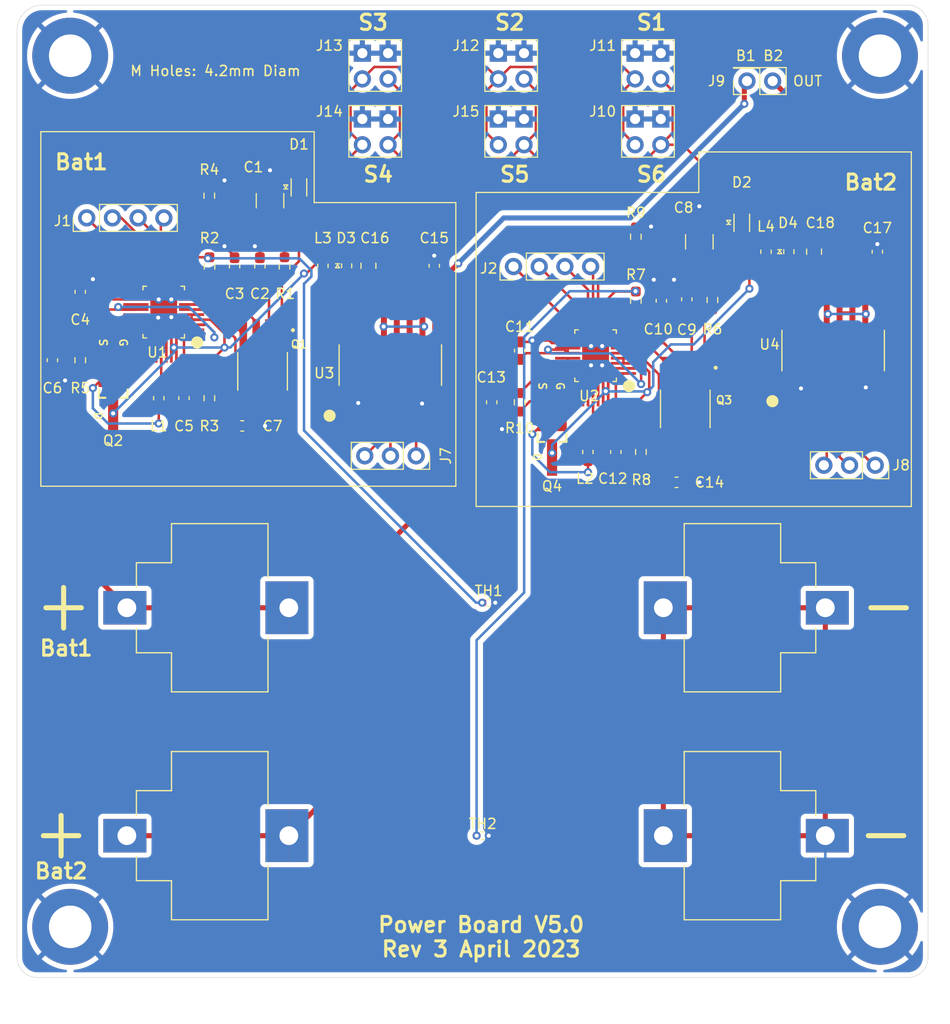
<source format=kicad_pcb>
(kicad_pcb (version 20211014) (generator pcbnew)
  (layers (0 "F.Cu" signal) (31 "B.Cu" signal) (34 "B.Paste" user) (35 "F.Paste" user) (36 "B.SilkS" user "B.Silkscreen") (37 "F.SilkS" user "F.Silkscreen") (38 "B.Mask" user) (39 "F.Mask" user) (44 "Edge.Cuts" user))
  (net 0 "")
  (net 1 "/Bat_Reg_4/VIN")
  (net 2 "GND")
  (net 3 "/Bat_Reg_4/V_Bat")
  (net 4 "/Bat_Reg_3/V_Bat")
  (net 5 "Net-(C1-Pad1)")
  (net 6 "/Bat_Reg_4/V_Out")
  (net 7 "Net-(C3-Pad2)")
  (net 8 "Net-(C4-Pad1)")
  (net 9 "Net-(C5-Pad1)")
  (net 10 "Net-(C5-Pad2)")
  (net 11 "/Bat_Reg_3/V_Out")
  (net 12 "Net-(C8-Pad1)")
  (net 13 "/V_Reg_3.3_5V4/Vout")
  (net 14 "Net-(C10-Pad2)")
  (net 15 "Net-(C11-Pad1)")
  (net 16 "Net-(C12-Pad1)")
  (net 17 "Net-(C12-Pad2)")
  (net 18 "Net-(C16-Pad1)")
  (net 19 "Net-(D4-Pad2)")
  (net 20 "/Bat_Reg_3/VIN")
  (net 21 "/Bat_Reg_4/DVCC")
  (net 22 "Net-(C18-Pad1)")
  (net 23 "/Bat_Reg_4/SDA")
  (net 24 "/Bat_Reg_4/SCL")
  (net 25 "/Bat_Reg_4/{slash}SMBALERT")
  (net 26 "/V_Reg_3.3_5V3/Vout")
  (net 27 "/V_Reg_3.3_5V4/3{slash}#5")
  (net 28 "/V_Reg_3.3_5V4/#STBY")
  (net 29 "/V_Reg_3.3_5V4/#SHDN")
  (net 30 "/Bat_Reg_4/TH")
  (net 31 "Net-(U3-Pad11)")
  (net 33 "Net-(U3-Pad10)")
  (net 34 "Net-(U4-Pad11)")
  (net 36 "Net-(U4-Pad10)")
  (net 37 "/Bat_Reg_3/DVCC")
  (net 38 "/Bat_Reg_3/SDA")
  (net 39 "/Bat_Reg_3/SCL")
  (net 40 "/Bat_Reg_3/{slash}SMBALERT")
  (net 41 "/V_Reg_3.3_5V3/3{slash}#5")
  (net 42 "/V_Reg_3.3_5V3/#STBY")
  (net 43 "/V_Reg_3.3_5V3/#SHDN")
  (net 44 "Net-(D1-Pad2)")
  (net 45 "Net-(L2-Pad2)")
  (net 46 "Net-(Q1-Pad4)")
  (net 47 "Net-(Q1-Pad5_8)")
  (net 48 "Net-(Q2-Pad1)")
  (net 49 "Net-(Q3-Pad4)")
  (net 50 "Net-(Q3-Pad5_8)")
  (net 51 "Net-(Q4-Pad1)")
  (net 52 "Net-(R2-Pad1)")
  (net 53 "Net-(R4-Pad2)")
  (net 54 "Net-(R7-Pad1)")
  (net 55 "Net-(R9-Pad2)")
  (net 56 "/Bat_Reg_3/TH")
  (net 57 "Net-(D2-Pad2)")
  (net 58 "Net-(D3-Pad2)")
  (net 59 "Net-(L1-Pad2)")
  (footprint "Connectors_Cubesat_Custom:CubeSat_Diode_SOT_882" (layer "F.Cu") (at 139.4125 71.240852 90)
    (fp_text reference "D3")
    (fp_text value "D_Schottky")
  )
  (footprint "Capacitor_SMD:C_0603_1608Metric_Pad1.08x0.95mm_HandSolder" (layer "F.Cu") (at 130.6425 71.31 90)
    (fp_text reference "C2")
    (fp_text value "0.1u")
  )
  (footprint "Connectors_Cubesat_Custom:CubeSat_Conn_2x02_P2.54mm" (layer "F.Cu") (at 168.49 52.01 -90)
    (fp_text reference "J11")
    (fp_text value "S2")
  )
  (footprint "MAX710ESE:SOIC127P600X175-16N" (layer "F.Cu") (at 187.275 79.605 90)
    (fp_text reference "U4")
    (fp_text value "MAX710ESE+T")
  )
  (footprint "Connectors_Cubesat_Custom:CubeSat_Conn_2x02_P2.54mm" (layer "F.Cu") (at 154.975 52.01 -90)
    (fp_text reference "J12")
    (fp_text value "S3")
  )
  (footprint "LTC4162:QFN50P500X400X80-29N" (layer "F.Cu") (at 163.805 80.11625 180)
    (fp_text reference "U2")
    (fp_text value "LTC4162")
  )
  (footprint "Resistor_SMD:R_0603_1608Metric_Pad0.98x0.95mm_HandSolder" (layer "F.Cu") (at 133.075 71.31 90)
    (fp_text reference "R1")
    (fp_text value "2.5")
  )
  (footprint "TQM110N:TRANS_TQM110NB04CR_RLG" (layer "F.Cu") (at 172.6675 85.22375 -90)
    (fp_text reference "Q3")
    (fp_text value "TQM110NB04CR_RLG")
  )
  (footprint "Capacitor_SMD:C_0603_1608Metric_Pad1.08x0.95mm_HandSolder" (layer "F.Cu") (at 110.1425 80.56 -90)
    (fp_text reference "C6")
    (fp_text value "10u")
  )
  (footprint "Connectors_Cubesat_Custom:CubeSat_MountingHole_M4" (layer "F.Cu") (at 111.9 136.5)
    (fp_text reference "H1")
    (fp_text value "MountingHole_Pad")
  )
  (footprint "254TR:BAT_254TR" (layer "F.Cu") (at 125.5 105 180)
    (fp_text reference "J3")
    (fp_text value "254TR")
  )
  (footprint "Connectors_Cubesat_Custom:CubeSat_2n7002" (layer "F.Cu") (at 159.505 87.91625 180)
    (fp_text reference "Q4")
    (fp_text value "2N7002*")
  )
  (footprint "Connectors_Cubesat_Custom:CubeSat_MountingHole_M4" (layer "F.Cu") (at 191.9 136.5)
    (fp_text reference "H3")
    (fp_text value "MountingHole_Pad")
  )
  (footprint "Connectors_Cubesat_Custom:CubeSat_Conn_4x01_P2.54mm" (layer "F.Cu") (at 159.805 71.11625 90)
    (fp_text reference "J2")
    (fp_text value "Conn_01x04_Female")
  )
  (footprint "Capacitor_SMD:C_0603_1608Metric_Pad1.08x0.95mm_HandSolder" (layer "F.Cu") (at 156.305 79.61625 90)
    (fp_text reference "C11")
    (fp_text value "4.7u")
  )
  (footprint "Connectors_Cubesat_Custom:CubeSat_Conn_2x02_P2.54mm" (layer "F.Cu") (at 154.975 58.51 -90)
    (fp_text reference "J15")
    (fp_text value "S6")
  )
  (footprint "Connectors_Cubesat_Custom:CubeSat_MountingHole_M4" (layer "F.Cu") (at 111.9 50.5)
    (fp_text reference "H4")
    (fp_text value "MountingHole_Pad")
  )
  (footprint "Connectors_Cubesat_Custom:CubeSat_Conn_3x01_P2.54mm" (layer "F.Cu") (at 188.3563 90.928977 -90)
    (fp_text reference "J8")
    (fp_text value "Conn_01x03_Female")
  )
  (footprint "Inductor_SMD:L_0603_1608Metric_Pad1.05x0.95mm_HandSolder" (layer "F.Cu") (at 120.6525 84.31 -90)
    (fp_text reference "L1")
    (fp_text value "4.7u")
  )
  (footprint "Capacitor_SMD:C_0603_1608Metric_Pad1.08x0.95mm_HandSolder" (layer "F.Cu") (at 128.895 87.05)
    (fp_text reference "C7")
    (fp_text value "10u")
  )
  (footprint "Capacitor_SMD:C_0603_1608Metric_Pad1.08x0.95mm_HandSolder" (layer "F.Cu") (at 191.64 69.85 90)
    (fp_text reference "C17")
    (fp_text value "4.7u")
  )
  (footprint "Capacitor_SMD:C_0603_1608Metric_Pad1.08x0.95mm_HandSolder" (layer "F.Cu") (at 153.545 84.71625 -90)
    (fp_text reference "C13")
    (fp_text value "10u")
  )
  (footprint "Connectors_Cubesat_Custom:CubeSat_MountingHole_M4" (layer "F.Cu") (at 191.9 50.5)
    (fp_text reference "H2")
    (fp_text value "MountingHole_Pad")
  )
  (footprint "Capacitor_SMD:C_1210_3225Metric_Pad1.33x2.70mm_HandSolder" (layer "F.Cu") (at 131.6425 64.81 90)
    (fp_text reference "C1")
    (fp_text value "150u")
  )
  (footprint "Connectors_Cubesat_Custom:CubeSat_Conn_4x01_P2.54mm" (layer "F.Cu") (at 117.6425 66.31 90)
    (fp_text reference "J1")
    (fp_text value "Conn_01x04_Female")
  )
  (footprint "Capacitor_SMD:C_1210_3225Metric_Pad1.33x2.70mm_HandSolder" (layer "F.Cu") (at 174.055 68.86625 90)
    (fp_text reference "C8")
    (fp_text value "150u")
  )
  (footprint "Resistor_SMD:R_0603_1608Metric_Pad0.98x0.95mm_HandSolder" (layer "F.Cu") (at 167.7825 68.36625 -90)
    (fp_text reference "R9")
    (fp_text value "63.4k")
  )
  (footprint "254TR:BAT_254TR" (layer "F.Cu") (at 178.5 127.5)
    (fp_text reference "J6")
    (fp_text value "254TR")
  )
  (footprint "MAX710ESE:SOIC127P600X175-16N" (layer "F.Cu") (at 143.5275 81.040852 90)
    (fp_text reference "U3")
    (fp_text value "MAX710ESE+T")
  )
  (footprint "Inductor_SMD:L_0603_1608Metric_Pad1.05x0.95mm_HandSolder" (layer "F.Cu") (at 180.64 69.85 -90)
    (fp_text reference "L4")
    (fp_text value "22u")
  )
  (footprint "Capacitor_SMD:C_0603_1608Metric_Pad1.08x0.95mm_HandSolder" (layer "F.Cu") (at 170.305 74.692551 -90)
    (fp_text reference "C10")
    (fp_text value "1u")
  )
  (footprint "Resistor_SMD:R_0603_1608Metric_Pad0.98x0.95mm_HandSolder" (layer "F.Cu") (at 168.2825 89.61625 -90)
    (fp_text reference "R8")
    (fp_text value "16m")
  )
  (footprint "Capacitor_SMD:C_0603_1608Metric_Pad1.08x0.95mm_HandSolder" (layer "F.Cu") (at 112.8925 73.81 90)
    (fp_text reference "C4")
    (fp_text value "4.7u")
  )
  (footprint "Resistor_SMD:R_0603_1608Metric_Pad0.98x0.95mm_HandSolder" (layer "F.Cu") (at 156.305 84.71625 -90)
    (fp_text reference "R10")
    (fp_text value "10m")
  )
  (footprint "Connectors_Cubesat_Custom:CubeSat_Conn_2x02_P2.54mm" (layer "F.Cu") (at 141.545 52.01 -90)
    (fp_text reference "J13")
    (fp_text value "S4")
  )
  (footprint "254TR:BAT_254TR" (layer "F.Cu") (at 125.5 127.5 180)
    (fp_text reference "J5")
    (fp_text value "254TR")
  )
  (footprint "Connectors_Cubesat_Custom:CubeSat_Diode_SOT_882" (layer "F.Cu") (at 183.1 69.85 90)
    (fp_text reference "D4")
    (fp_text value "D_Schottky")
  )
  (footprint "Capacitor_SMD:C_0603_1608Metric_Pad1.08x0.95mm_HandSolder" (layer "F.Cu") (at 128.1425 71.31 -90)
    (fp_text reference "C3")
    (fp_text value "1u")
  )
  (footprint "254TR:BAT_254TR" (layer "F.Cu") (at 178.5 105)
    (fp_text reference "J4")
    (fp_text value "254TR")
  )
  (footprint "Capacitor_SMD:C_0805_2012Metric_Pad1.18x1.45mm_HandSolder" (layer "F.Cu") (at 185.39 69.85 -90)
    (fp_text reference "C18")
    (fp_text value "100u")
  )
  (footprint "Connectors_Cubesat_Custom:CubeSat_2n7002" (layer "F.Cu") (at 116.1425 83.56 180)
    (fp_text reference "Q2")
    (fp_text value "2N7002*")
  )
  (footprint "Inductor_SMD:L_0603_1608Metric_Pad1.05x0.95mm_HandSolder" (layer "F.Cu") (at 163.045 89.61625 -90)
    (fp_text reference "L2")
    (fp_text value "4.7u")
  )
  (footprint "Resistor_SMD:R_0603_1608Metric_Pad0.98x0.95mm_HandSolder" (layer "F.Cu") (at 175.35 74.61625 90)
    (fp_text reference "R6")
    (fp_text value "2.5")
  )
  (footprint "Resistor_SMD:R_0603_1608Metric_Pad0.98x0.95mm_HandSolder" (layer "F.Cu") (at 125.6525 84.31 -90)
    (fp_text reference "R3")
    (fp_text value "16m")
  )
  (footprint "Resistor_SMD:R_0402_1005Metric_Pad0.72x0.64mm_HandSolder" (layer "F.Cu") (at 153.2475 104.5)
    (fp_text reference "TH1")
    (fp_text value "Thermistor_NTC")
  )
  (footprint "Connectors_Cubesat_Custom:CubeSat_Conn_3x01_P2.54mm" (layer "F.Cu") (at 143 90 -90)
    (fp_text reference "J7")
    (fp_text value "Conn_01x03_Female")
  )
  (footprint "Resistor_SMD:R_0603_1608Metric_Pad0.98x0.95mm_HandSolder" (layer "F.Cu") (at 112.8925 80.56 -90)
    (fp_text reference "R5")
    (fp_text value "10m")
  )
  (footprint "Inductor_SMD:L_0603_1608Metric_Pad1.05x0.95mm_HandSolder" (layer "F.Cu") (at 136.865 71.240852 -90)
    (fp_text reference "L3")
    (fp_text value "22u")
  )
  (footprint "Capacitor_SMD:C_0603_1608Metric_Pad1.08x0.95mm_HandSolder" (layer "F.Cu") (at 123.1425 84.31 -90)
    (fp_text reference "C5")
    (fp_text value "22n")
  )
  (footprint "LTC4162:QFN50P500X400X80-29N" (layer "F.Cu") (at 121.1425 75.81 180)
    (fp_text reference "U1")
    (fp_text value "LTC4162")
  )
  (footprint "TQM110N:TRANS_TQM110NB04CR_RLG" (layer "F.Cu") (at 130.905 81.5175 -90)
    (fp_text reference "Q1")
    (fp_text value "TQM110NB04CR_RLG")
  )
  (footprint "Capacitor_SMD:C_0603_1608Metric_Pad1.08x0.95mm_HandSolder" (layer "F.Cu") (at 171.805 92.61875)
    (fp_text reference "C14")
    (fp_text value "10u")
  )
  (footprint "Capacitor_SMD:C_0805_2012Metric_Pad1.18x1.45mm_HandSolder" (layer "F.Cu") (at 141.365 71.240852 -90)
    (fp_text reference "C16")
    (fp_text value "100u")
  )
  (footprint "Connectors_Cubesat_Custom:CubeSat_Conn_2x01_P2.54mm" (layer "F.Cu") (at 180 53 180)
    (fp_text reference "J9")
    (fp_text value "Conn_01x02_Female")
  )
  (footprint "Connectors_Cubesat_Custom:CubeSat_DIO_CUS520,H3f" (layer "F.Cu") (at 134.5 63.5 90)
    (fp_text reference "D1")
    (fp_text value "D_Schottky_Small")
  )
  (footprint "Connectors_Cubesat_Custom:CubeSat_Conn_2x02_P2.54mm" (layer "F.Cu") (at 141.545 58.51 -90)
    (fp_text reference "J14")
    (fp_text value "S5")
  )
  (footprint "Capacitor_SMD:C_0603_1608Metric_Pad1.08x0.95mm_HandSolder" (layer "F.Cu") (at 172.815 74.546284 90)
    (fp_text reference "C9")
    (fp_text value "0.1u")
  )
  (footprint "Resistor_SMD:R_0603_1608Metric_Pad0.98x0.95mm_HandSolder" (layer "F.Cu") (at 167.7825 74.692551 90)
    (fp_text reference "R7")
    (fp_text value "10k")
  )
  (footprint "Capacitor_SMD:C_0603_1608Metric_Pad1.08x0.95mm_HandSolder" (layer "F.Cu") (at 165.805 89.61625 -90)
    (fp_text reference "C12")
    (fp_text value "22n")
  )
  (footprint "Connectors_Cubesat_Custom:CubeSat_DIO_CUS520,H3f" (layer "F.Cu") (at 178.25 67 90)
    (fp_text reference "D2")
    (fp_text value "D_Schottky_Small")
  )
  (footprint "Resistor_SMD:R_0402_1005Metric_Pad0.72x0.64mm_HandSolder" (layer "F.Cu") (at 152.65 127.5)
    (fp_text reference "TH2")
    (fp_text value "Thermistor_NTC")
  )
  (footprint "Connectors_Cubesat_Custom:CubeSat_Conn_2x02_P2.54mm" (layer "F.Cu") (at 168.49 58.51 -90)
    (fp_text reference "J10")
    (fp_text value "S1")
  )
  (footprint "Resistor_SMD:R_0603_1608Metric_Pad0.98x0.95mm_HandSolder" (layer "F.Cu") (at 125.665 71.31 90)
    (fp_text reference "R2")
    (fp_text value "10k")
  )
  (footprint "Resistor_SMD:R_0603_1608Metric_Pad0.98x0.95mm_HandSolder" (layer "F.Cu") (at 125.6425 64.319448 -90)
    (fp_text reference "R4")
    (fp_text value "63.4k")
  )
  (footprint "Capacitor_SMD:C_0603_1608Metric_Pad1.08x0.95mm_HandSolder" (layer "F.Cu") (at 147.865 71.240852 90)
    (fp_text reference "C15")
    (fp_text value "4.7u")
  )
  (gr_line (start 111 125.5) (end 111 129.5) (layer "F.SilkS") (width 0.5))
  (gr_line (start 109 93) (end 109 58) (layer "F.SilkS") (width 0.12))
  (gr_line (start 174 60) (end 174 64) (layer "F.SilkS") (width 0.12))
  (gr_line (start 152 64) (end 152 95) (layer "F.SilkS") (width 0.12))
  (gr_line (start 150 65) (end 150 93) (layer "F.SilkS") (width 0.12))
  (gr_line (start 191 105) (end 194.5 105) (layer "F.SilkS") (width 0.5))
  (gr_line (start 109 58) (end 136 58) (layer "F.SilkS") (width 0.12))
  (gr_line (start 109.5 105) (end 113 105) (layer "F.SilkS") (width 0.5))
  (gr_line (start 152 95) (end 195 95) (layer "F.SilkS") (width 0.12))
  (gr_line (start 136 65) (end 150 65) (layer "F.SilkS") (width 0.12))
  (gr_line (start 195 60) (end 174 60) (layer "F.SilkS") (width 0.12))
  (gr_line (start 174 64) (end 152 64) (layer "F.SilkS") (width 0.12))
  (gr_line (start 195 95) (end 195 60) (layer "F.SilkS") (width 0.12))
  (gr_line (start 111.25 103) (end 111.25 107) (layer "F.SilkS") (width 0.5))
  (gr_line (start 109.25 127.5) (end 112.75 127.5) (layer "F.SilkS") (width 0.5))
  (gr_line (start 136 58) (end 136 65) (layer "F.SilkS") (width 0.12))
  (gr_line (start 150 93) (end 109 93) (layer "F.SilkS") (width 0.12))
  (gr_line (start 190.75 127.5) (end 194.25 127.5) (layer "F.SilkS") (width 0.5))
  (gr_line (start 106.65 139.5) (end 106.65 48) (layer "Edge.Cuts") (width 0.05))
  (gr_arc (start 196.65 139.5) (mid 196.064214 140.914214) (end 194.65 141.5) (layer "Edge.Cuts") (width 0.05))
  (gr_line (start 109.15 45.5) (end 194.65 45.5) (layer "Edge.Cuts") (width 0.05))
  (gr_arc (start 194.65 45.5) (mid 196.064214 46.085786) (end 196.65 47.5) (layer "Edge.Cuts") (width 0.05))
  (gr_line (start 108.65 141.5) (end 194.65 141.5) (layer "Edge.Cuts") (width 0.05))
  (gr_arc (start 108.65 141.5) (mid 107.235786 140.914214) (end 106.65 139.5) (layer "Edge.Cuts") (width 0.05))
  (gr_arc (start 106.65 48) (mid 107.382233 46.232233) (end 109.15 45.5) (layer "Edge.Cuts") (width 0.05))
  (gr_line (start 196.65 139.5) (end 196.65 47.5) (layer "Edge.Cuts") (width 0.05))
  (gr_text "OUT" (at 184.75 53) (layer "F.SilkS") (effects (font (size 1 1))))
  (gr_text "B1 B2" (at 180 50.5) (layer "F.SilkS") (effects (font (size 1 1))))
  (gr_text "Power Board V5.0\nRev 3 April 2023" (at 152.5 137.5) (layer "F.SilkS") (effects (font (size 1.5 1.5) (thickness 0.3))))
  (gr_text "S1" (at 169.325 47.22) (layer "F.SilkS") (effects (font (size 1.5 1.5) (thickness 0.3))))
  (gr_text "S3" (at 141.825 47.22) (layer "F.SilkS") (effects (font (size 1.5 1.5) (thickness 0.3))))
  (gr_text "Bat1" (at 113 61) (layer "F.SilkS") (effects (font (size 1.5 1.5) (thickness 0.3))))
  (gr_text "S4" (at 142.325 62.22) (layer "F.SilkS") (effects (font (size 1.5 1.5) (thickness 0.3))))
  (gr_text "Bat2\n" (at 111 131) (layer "F.SilkS") (effects (font (size 1.5 1.5) (thickness 0.3))))
  (gr_text "Bat2\n" (at 191 63) (layer "F.SilkS") (effects (font (size 1.5 1.5) (thickness 0.3))))
  (gr_text "S5" (at 155.825 62.22) (layer "F.SilkS") (effects (font (size 1.5 1.5) (thickness 0.3))))
  (gr_text "S6" (at 169.325 62.22) (layer "F.SilkS") (effects (font (size 1.5 1.5) (thickness 0.3))))
  (gr_text "Bat1" (at 111.5 109) (layer "F.SilkS") (effects (font (size 1.5 1.5) (thickness 0.3))))
  (gr_text "S2" (at 155.325 47.22) (layer "F.SilkS") (effects (font (size 1.5 1.5) (thickness 0.3))))
  (gr_text "M Holes: 4.2mm Diam" (at 126.25 52) (layer "F.SilkS") (effects (font (size 1 1))))
  (segment (start 123.895 74.56) (end 128.0675 74.56) (width 0.25) (layer "F.Cu") (net 1))
  (segment (start 130.6425 72.1725) (end 131.54 73.07) (width 0.25) (layer "F.Cu") (net 1))
  (segment (start 134.5 70.7975) (end 134.5 65.375) (width 0.25) (layer "F.Cu") (net 1))
  (segment (start 131.54 78) (end 130.275 78) (width 0.25) (layer "F.Cu") (net 1))
  (segment (start 131.54 73.07) (end 131.54 78) (width 0.25) (layer "F.Cu") (net 1))
  (segment (start 133.075 72.2225) (end 132.81 72.4875) (width 0.25) (layer "F.Cu") (net 1))
  (segment (start 133.075 72.2225) (end 134.5 70.7975) (width 0.25) (layer "F.Cu") (net 1))
  (segment (start 130.275 76.7675) (end 130.275 78) (width 0.25) (layer "F.Cu") (net 1))
  (segment (start 133.075 72.2225) (end 130.6925 72.2225) (width 0.25) (layer "F.Cu") (net 1))
  (segment (start 130.6925 72.2225) (end 130.6425 72.1725) (width 0.25) (layer "F.Cu") (net 1))
  (segment (start 132.81 78) (end 131.54 78) (width 0.25) (layer "F.Cu") (net 1))
  (segment (start 128.0675 74.56) (end 130.275 76.7675) (width 0.25) (layer "F.Cu") (net 1))
  (segment (start 132.81 72.4875) (end 132.81 78) (width 0.25) (layer "F.Cu") (net 1))
  (segment (start 119.8925 74.56) (end 121.1425 75.81) (width 0.25) (layer "F.Cu") (net 2))
  (segment (start 113.755 72.9475) (end 114.1425 72.56) (width 0.25) (layer "F.Cu") (net 2))
  (segment (start 172.305 73.683784) (end 172.305 73.36625) (width 0.25) (layer "F.Cu") (net 2))
  (segment (start 169.2825 67.36625) (end 169.195 67.45375) (width 0.25) (layer "F.Cu") (net 2))
  (segment (start 163.055 83.61875) (end 163.055 80.86625) (width 0.25) (layer "F.Cu") (net 2))
  (segment (start 184.1 75.86) (end 184.1 83.35) (width 0.25) (layer "F.Cu") (net 2))
  (segment (start 153.545 85.57875) (end 153.545 86.35625) (width 0.25) (layer "F.Cu") (net 2))
  (segment (start 185.39 75.84) (end 185.37 75.86) (width 0.25) (layer "F.Cu") (net 2))
  (segment (start 130.6425 69.81) (end 130.1425 69.31) (width 0.25) (layer "F.Cu") (net 2))
  (segment (start 170.305 73.830051) (end 170.305 73.36625) (width 0.25) (layer "F.Cu") (net 2))
  (segment (start 140.3525 77.295852) (end 141.6225 77.295852) (width 0.25) (layer "F.Cu") (net 2))
  (segment (start 128.1425 70.31) (end 127.1425 69.31) (width 0.25) (layer "F.Cu") (net 2))
  (segment (start 119.8925 79.3125) (end 120.3925 79.3125) (width 0.25) (layer "F.Cu") (net 2))
  (segment (start 141.365 77.038352) (end 141.6225 77.295852) (width 0.25) (layer "F.Cu") (net 2))
  (segment (start 118.39 74.56) (end 119.8925 74.56) (width 0.25) (layer "F.Cu") (net 2))
  (segment (start 131.6425 63.2475) (end 131.6425 61.81) (width 0.25) (layer "F.Cu") (net 2))
  (segment (start 174.055 67.30375) (end 174.055 65.36625) (width 0.25) (layer "F.Cu") (net 2))
  (segment (start 162.555 83.61875) (end 163.055 83.61875) (width 0.25) (layer "F.Cu") (net 2))
  (segment (start 114.1425 72.56) (end 116.1425 74.56) (width 0.25) (layer "F.Cu") (net 2))
  (segment (start 191.9 136.5) (end 193 135.4) (width 0.25) (layer "F.Cu") (net 2))
  (segment (start 172.6675 92.61875) (end 174.055 92.61875) (width 0.25) (layer "F.Cu") (net 2))
  (segment (start 126.545552 63.406948) (end 127.1425 62.81) (width 0.25) (layer "F.Cu") (net 2))
  (segment (start 130.6425 70.4475) (end 130.6425 69.81) (width 0.25) (layer "F.Cu") (net 2))
  (segment (start 120.3925 79.3125) (end 120.3925 76.56) (width 0.25) (layer "F.Cu") (net 2))
  (segment (start 170.305 73.36625) (end 169.555 72.61625) (width 0.25) (layer "F.Cu") (net 2))
  (segment (start 185.39 70.7125) (end 185.39 75.84) (width 0.25) (layer "F.Cu") (net 2))
  (segment (start 120.3925 76.56) (end 120.5925 76.36) (width 0.25) (layer "F.Cu") (net 2))
  (segment (start 110.1425 81.4225) (end 110.255 81.4225) (width 0.25) (layer "F.Cu") (net 2))
  (segment (start 186.5 105) (end 170.5 105) (width 0.5) (layer "F.Cu") (net 2))
  (segment (start 162.555 78.86625) (end 163.805 80.11625) (width 0.25) (layer "F.Cu") (net 2))
  (segment (start 167.7825 67.45375) (end 169.195 67.45375) (width 0.25) (layer "F.Cu") (net 2))
  (segment (start 153.545 86.35625) (end 154.555 87.36625) (width 0.25) (layer "F.Cu") (net 2))
  (segment (start 140.3525 77.295852) (end 140.3525 84.785852) (width 0.25) (layer "F.Cu") (net 2))
  (segment (start 170.5 127.5) (end 170.5 105) (width 0.5) (layer "F.Cu") (net 2))
  (segment (start 157.4175 78.75375) (end 157.555 78.61625) (width 0.25) (layer "F.Cu") (net 2))
  (segment (start 159.230305 78.61625) (end 157.555 78.61625) (width 0.25) (layer "F.Cu") (net 2))
  (segment (start 161.0525 78.86625) (end 162.555 78.86625) (width 0.25) (layer "F.Cu") (net 2))
  (segment (start 116.1425 74.56) (end 118.39 74.56) (width 0.25) (layer "F.Cu") (net 2))
  (segment (start 186.5 127.5) (end 170.5 127.5) (width 0.5) (layer "F.Cu") (net 2))
  (segment (start 128.1425 70.4475) (end 128.1425 70.31) (width 0.25) (layer "F.Cu") (net 2))
  (segment (start 184.1 75.86) (end 185.37 75.86) (width 0.25) (layer "F.Cu") (net 2))
  (segment (start 112.8925 72.9475) (end 113.755 72.9475) (width 0.25) (layer "F.Cu") (net 2))
  (segment (start 125.6425 63.406948) (end 126.545552 63.406948) (width 0.25) (layer "F.Cu") (net 2))
  (segment (start 161.0525 78.86625) (end 159.480305 78.86625) (width 0.25) (layer "F.Cu") (net 2))
  (segment (start 156.305 78.75375) (end 157.4175 78.75375) (width 0.25) (layer "F.Cu") (net 2))
  (segment (start 120.5925 76.36) (end 121.1425 75.81) (width 0.25) (layer "F.Cu") (net 2))
  (segment (start 129.7575 87.05) (end 131.145 87.05) (width 0.25) (layer "F.Cu") (net 2))
  (segment (start 172.305 73.36625) (end 171.555 72.61625) (width 0.25) (layer "F.Cu") (net 2))
  (segment (start 141.365 72.103352) (end 141.365 77.038352) (width 0.25) (layer "F.Cu") (net 2))
  (segment (start 159.480305 78.86625) (end 159.230305 78.61625) (width 0.25) (layer "F.Cu") (net 2))
  (segment (start 186.5 105) (end 186.5 127.5) (width 0.5) (layer "F.Cu") (net 2))
  (segment (start 110.255 81.4225) (end 111.3925 82.56) (width 0.25) (layer "F.Cu") (net 2))
  (segment (start 163.055 80.86625) (end 163.805 80.11625) (width 0.25) (layer "F.Cu") (net 2))
  (via (at 114.1425 72.56) (size 0.8) (drill 0.4) (layers "F.Cu" "B.Cu") (net 2))
  (via (at 154.555 87.36625) (size 0.8) (drill 0.4) (layers "F.Cu" "B.Cu") (net 2))
  (via (at 153.25 127.5) (size 0.8) (drill 0.4) (layers "F.Cu" "B.Cu") (net 2))
  (via (at 163.355 81.06625) (size 0.8) (drill 0.4) (layers "F.Cu" "B.Cu") (net 2))
  (via (at 146.665 84.840852) (size 0.8) (drill 0.4) (layers "F.Cu" "B.Cu") (net 2))
  (via (at 127.1425 69.31) (size 0.8) (drill 0.4) (layers "F.Cu" "B.Cu") (net 2))
  (via (at 120.5925 76.36) (size 0.8) (drill 0.4) (layers "F.Cu" "B.Cu") (net 2))
  (via (at 164.455 81.06625) (size 0.8) (drill 0.4) (layers "F.Cu" "B.Cu") (net 2))
  (via (at 184.1 83.35) (size 0.8) (drill 0.4) (layers "F.Cu" "B.Cu") (net 2))
  (via (at 111.3925 82.56) (size 0.8) (drill 0.4) (layers "F.Cu" "B.Cu") (net 2))
  (via (at 164.455 79.16625) (size 0.8) (drill 0.4) (layers "F.Cu" "B.Cu") (net 2))
  (via (at 191.64 69.1) (size 0.8) (drill 0.4) (layers "F.Cu" "B.Cu") (net 2))
  (via (at 120.6425 74.56) (size 0.8) (drill 0.4) (layers "F.Cu" "B.Cu") (net 2))
  (via (at 157.555 78.61625) (size 0.8) (drill 0.4) (layers "F.Cu" "B.Cu") (net 2))
  (via (at 121.8925 76.31) (size 0.8) (drill 0.4) (layers "F.Cu" "B.Cu") (net 2))
  (via (at 169.555 72.61625) (size 0.8) (drill 0.4) (layers "F.Cu" "B.Cu") (net 2))
  (via (at 171.555 72.61625) (size 0.8) (drill 0.4) (layers "F.Cu" "B.Cu") (net 2))
  (via (at 147.865 70.240852) (size 0.8) (drill 0.4) (layers "F.Cu" "B.Cu") (net 2))
  (via (at 127.1425 62.81) (size 0.8) (drill 0.4) (layers "F.Cu" "B.Cu") (net 2))
  (via (at 169.2825 67.36625) (size 0.8) (drill 0.4) (layers "F.Cu" "B.Cu") (net 2))
  (via (at 121.8925 74.56) (size 0.8) (drill 0.4) (layers "F.Cu" "B.Cu") (net 2))
  (via (at 190.5 83.25) (size 0.8) (drill 0.4) (layers "F.Cu" "B.Cu") (net 2))
  (via (at 131.145 87.05) (size 0.8) (drill 0.4) (layers "F.Cu" "B.Cu") (net 2))
  (via (at 163.355 79.16625) (size 0.8) (drill 0.4) (layers "F.Cu" "B.Cu") (net 2))
  (via (at 174.055 92.61875) (size 0.8) (drill 0.4) (layers "F.Cu" "B.Cu") (net 2))
  (via (at 153.8975 104.5) (size 0.8) (drill 0.4) (layers "F.Cu" "B.Cu") (net 2))
  (via (at 131.6425 61.81) (size 0.8) (drill 0.4) (layers "F.Cu" "B.Cu") (net 2))
  (via (at 140.3525 84.785852) (size 0.8) (drill 0.4) (layers "F.Cu" "B.Cu") (net 2))
  (via (at 174.055 65.36625) (size 0.8) (drill 0.4) (layers "F.Cu" "B.Cu") (net 2))
  (via (at 130.1425 69.31) (size 0.8) (drill 0.4) (layers "F.Cu" "B.Cu") (net 2))
  (segment (start 154.195 56.75) (end 143.305 56.75) (width 0.25) (layer "B.Cu") (net 2))
  (segment (start 143.305 56.75) (end 140.765 56.75) (width 0.25) (layer "B.Cu") (net 2))
  (segment (start 170.25 56.75) (end 167.71 56.75) (width 0.25) (layer "B.Cu") (net 2))
  (segment (start 140.765 50.25) (end 143.305 50.25) (width 0.25) (layer "B.Cu") (net 2))
  (segment (start 156.735 50.25) (end 167.71 50.25) (width 0.25) (layer "B.Cu") (net 2))
  (segment (start 190.5 83.25) (end 184.2 83.25) (width 0.25) (layer "B.Cu") (net 2))
  (segment (start 154.195 50.25) (end 156.735 50.25) (width 0.25) (layer "B.Cu") (net 2))
  (segment (start 146.665 84.840852) (end 140.4075 84.840852) (width 0.25) (layer "B.Cu") (net 2))
  (segment (start 191.9 136.5) (end 186.5 131.1) (width 0.25) (layer "B.Cu") (net 2))
  (segment (start 186.5 131.1) (end 186.5 127.5) (width 0.25) (layer "B.Cu") (net 2))
  (segment (start 140.4075 84.840852) (end 140.3525 84.785852) (width 0.25) (layer "B.Cu") (net 2))
  (segment (start 167.71 50.25) (end 170.25 50.25) (width 0.25) (layer "B.Cu") (net 2))
  (segment (start 167.71 56.75) (end 156.735 56.75) (width 0.25) (layer "B.Cu") (net 2))
  (segment (start 143.305 50.25) (end 154.195 50.25) (width 0.25) (layer "B.Cu") (net 2))
  (segment (start 184.2 83.25) (end 184.1 83.35) (width 0.25) (layer "B.Cu") (net 2))
  (segment (start 156.735 56.75) (end 154.195 56.75) (width 0.25) (layer "B.Cu") (net 2))
  (segment (start 108 81.84) (end 110.1425 79.6975) (width 0.5) (layer "F.Cu") (net 3))
  (segment (start 117.5 105) (end 108 95.5) (width 0.5) (layer "F.Cu") (net 3))
  (segment (start 110.1425 79.6975) (end 112.8425 79.6975) (width 0.25) (layer "F.Cu") (net 3))
  (segment (start 118.39 76.56) (end 118.39 76.06) (width 0.25) (layer "F.Cu") (net 3))
  (segment (start 115.98 76.56) (end 117.1425 76.56) (width 0.25) (layer "F.Cu") (net 3))
  (segment (start 112.8425 79.6975) (end 112.8925 79.6475) (width 0.25) (layer "F.Cu") (net 3))
  (segment (start 117.1425 76.56) (end 118.39 76.56) (width 0.25) (layer "F.Cu") (net 3))
  (segment (start 108 95.5) (end 108 81.84) (width 0.5) (layer "F.Cu") (net 3))
  (segment (start 117.5 105) (end 133.5 105) (width 0.5) (layer "F.Cu") (net 3))
  (segment (start 112.8925 79.6475) (end 115.98 76.56) (width 0.25) (layer "F.Cu") (net 3))
  (segment (start 117.5 127.5) (end 133.5 127.5) (width 0.5) (layer "F.Cu") (net 4))
  (segment (start 137 105) (end 137 124) (width 0.5) (layer "F.Cu") (net 4))
  (segment (start 137 124) (end 133.5 127.5) (width 0.5) (layer "F.Cu") (net 4))
  (segment (start 151 86) (end 151 91) (width 0.5) (layer "F.Cu") (net 4))
  (segment (start 156.255 83.85375) (end 156.305 83.80375) (width 0.25) (layer "F.Cu") (net 4))
  (segment (start 153.545 83.85375) (end 153.14625 83.85375) (width 0.5) (layer "F.Cu") (net 4))
  (segment (start 153.14625 83.85375) (end 151 86) (width 0.5) (layer "F.Cu") (net 4))
  (segment (start 161.0525 80.86625) (end 159.2425 80.86625) (width 0.25) (layer "F.Cu") (net 4))
  (segment (start 159.2425 80.86625) (end 156.305 83.80375) (width 0.25) (layer "F.Cu") (net 4))
  (segment (start 151 91) (end 137 105) (width 0.5) (layer "F.Cu") (net 4))
  (segment (start 153.545 83.85375) (end 156.255 83.85375) (width 0.25) (layer "F.Cu") (net 4))
  (segment (start 161.0525 80.36625) (end 161.0525 80.86625) (width 0.25) (layer "F.Cu") (net 4))
  (segment (start 133.075 67.805) (end 131.6425 66.3725) (width 0.25) (layer "F.Cu") (net 5))
  (segment (start 133.075 70.3975) (end 133.075 67.805) (width 0.25) (layer "F.Cu") (net 5))
  (segment (start 125.756104 76.56) (end 127.1425 77.946396) (width 0.25) (layer "F.Cu") (net 6))
  (segment (start 127.1425 77.946396) (end 127.1425 79.31) (width 0.25) (layer "F.Cu") (net 6))
  (segment (start 123.895 76.56) (end 125.756104 76.56) (width 0.25) (layer "F.Cu") (net 6))
  (segment (start 124.5 86) (end 125.55 87.05) (width 0.25) (layer "F.Cu") (net 6))
  (segment (start 125.6525 83.3975) (end 125.6525 80.8) (width 0.25) (layer "F.Cu") (net 6))
  (segment (start 122.145 79.3125) (end 121.8925 79.3125) (width 0.25) (layer "F.Cu") (net 6))
  (segment (start 125.55 87.05) (end 128.0325 87.05) (width 0.25) (layer "F.Cu") (net 6))
  (segment (start 122.3925 79.3125) (end 122.145 79.3125) (width 0.25) (layer "F.Cu") (net 6))
  (segment (start 135 72.230852) (end 136.865 70.365852) (width 0.25) (layer "F.Cu") (net 6))
  (segment (start 123.895 76.56) (end 123.895 76.06) (width 0.25) (layer "F.Cu") (net 6))
  (segment (start 124.5 84.55) (end 124.5 86) (width 0.25) (layer "F.Cu") (net 6))
  (segment (start 121.8925 79.3125) (end 121.8925 79.6375) (width 0.25) (layer "F.Cu") (net 6))
  (segment (start 125.6525 83.3975) (end 124.5 84.55) (width 0.25) (layer "F.Cu") (net 6))
  (segment (start 125.6525 80.8) (end 127.1425 79.31) (width 0.25) (layer "F.Cu") (net 6))
  (via (at 116.1425 85.81) (size 0.8) (drill 0.4) (layers "F.Cu" "B.Cu") (net 6))
  (via (at 127.1425 79.31) (size 0.8) (drill 0.4) (layers "F.Cu" "B.Cu") (net 6))
  (via (at 122.145 79.3125) (size 0.8) (drill 0.4) (layers "F.Cu" "B.Cu") (net 6))
  (via (at 135 72) (size 0.8) (drill 0.4) (layers "F.Cu" "B.Cu") (net 6))
  (segment (start 135 72.025305) (end 135 72) (width 0.25) (layer "B.Cu") (net 6))
  (segment (start 127.1425 79.31) (end 122.1475 79.31) (width 0.25) (layer "B.Cu") (net 6))
  (segment (start 127.715306 79.31) (end 134.012653 73.012653) (width 0.25) (layer "B.Cu") (net 6))
  (segment (start 122.145 79.8075) (end 116.1425 85.81) (width 0.25) (layer "B.Cu") (net 6))
  (segment (start 122.1475 79.31) (end 122.145 79.3125) (width 0.25) (layer "B.Cu") (net 6))
  (segment (start 127.1425 79.31) (end 127.715306 79.31) (width 0.25) (layer "B.Cu") (net 6))
  (segment (start 131.799055 75.22625) (end 134.012653 73.012653) (width 0.25) (layer "B.Cu") (net 6))
  (segment (start 134.012653 73.012653) (end 135 72.025305) (width 0.25) (layer "B.Cu") (net 6))
  (segment (start 122.145 79.3125) (end 122.145 79.8075) (width 0.25) (layer "B.Cu") (net 6))
  (segment (start 126.255 74.06) (end 123.895 74.06) (width 0.25) (layer "F.Cu") (net 7))
  (segment (start 128.1425 72.1725) (end 126.255 74.06) (width 0.25) (layer "F.Cu") (net 7))
  (segment (start 118.39 75.56) (end 116.8925 75.56) (width 0.25) (layer "F.Cu") (net 8))
  (segment (start 113.78 75.56) (end 112.8925 74.6725) (width 0.25) (layer "F.Cu") (net 8))
  (segment (start 116.8925 75.56) (end 116.6425 75.31) (width 0.25) (layer "F.Cu") (net 8))
  (segment (start 123.895 77.06) (end 125.3925 77.06) (width 0.25) (layer "F.Cu") (net 8))
  (segment (start 126.1425 77.81) (end 126.1425 78.31) (width 0.25) (layer "F.Cu") (net 8))
  (segment (start 118.39 75.56) (end 113.78 75.56) (width 0.25) (layer "F.Cu") (net 8))
  (segment (start 125.3925 77.06) (end 126.1425 77.81) (width 0.25) (layer "F.Cu") (net 8))
  (segment (start 118.39 75.06) (end 118.39 75.56) (width 0.25) (layer "F.Cu") (net 8))
  (via (at 126.1425 78.31) (size 0.8) (drill 0.4) (layers "F.Cu" "B.Cu") (net 8))
  (via (at 116.6425 75.31) (size 0.8) (drill 0.4) (layers "F.Cu" "B.Cu") (net 8))
  (segment (start 126.1425 77.81) (end 126.1425 78.31) (width 0.25) (layer "B.Cu") (net 8))
  (segment (start 123.6425 75.31) (end 126.1425 77.81) (width 0.25) (layer "B.Cu") (net 8))
  (segment (start 123.6425 75.31) (end 116.6425 75.31) (width 0.25) (layer "B.Cu") (net 8))
  (segment (start 123.1425 77.81) (end 123.4325 77.52) (width 0.25) (layer "F.Cu") (net 9))
  (segment (start 123.4325 77.52) (end 124.1425 77.52) (width 0.25) (layer "F.Cu") (net 9))
  (segment (start 123.1425 83.4475) (end 123.1425 77.81) (width 0.25) (layer "F.Cu") (net 9))
  (segment (start 120.8925 79.3125) (end 120.8925 83.195) (width 0.25) (layer "F.Cu") (net 10))
  (segment (start 121.3925 79.3125) (end 120.8925 79.3125) (width 0.25) (layer "F.Cu") (net 10))
  (segment (start 120.8925 83.195) (end 120.6525 83.435) (width 0.25) (layer "F.Cu") (net 10))
  (segment (start 123.1425 85.1725) (end 122.39 85.1725) (width 0.25) (layer "F.Cu") (net 10))
  (segment (start 122.39 85.1725) (end 120.6525 83.435) (width 0.25) (layer "F.Cu") (net 10))
  (segment (start 168.2825 88.70375) (end 168.2825 84.33875) (width 0.25) (layer "F.Cu") (net 11))
  (segment (start 179 71) (end 179 73.5) (width 0.25) (layer "F.Cu") (net 11))
  (segment (start 167.055 89.61625) (end 167.055 91.86875) (width 0.25) (layer "F.Cu") (net 11))
  (segment (start 167.9675 88.70375) (end 167.055 89.61625) (width 0.25) (layer "F.Cu") (net 11))
  (segment (start 166.5575 80.86625) (end 166.5575 80.36625) (width 0.25) (layer "F.Cu") (net 11))
  (segment (start 166.5575 80.86625) (end 168.255 80.86625) (width 0.25) (layer "F.Cu") (net 11))
  (segment (start 165.055 83.61875) (end 164.555 83.61875) (width 0.25) (layer "F.Cu") (net 11))
  (segment (start 180.64 68.975) (end 180.64 69.36) (width 0.25) (layer "F.Cu") (net 11))
  (segment (start 169.105 81.71625) (end 169.105 83.51625) (width 0.25) (layer "F.Cu") (net 11))
  (segment (start 169.105 83.51625) (end 168.905 83.71625) (width 0.25) (layer "F.Cu") (net 11))
  (segment (start 167.055 91.86875) (end 167.805 92.61875) (width 0.25) (layer "F.Cu") (net 11))
  (segment (start 168.2825 84.33875) (end 168.905 83.71625) (width 0.25) (layer "F.Cu") (net 11))
  (segment (start 168.255 80.86625) (end 169.105 81.71625) (width 0.25) (layer "F.Cu") (net 11))
  (segment (start 180.64 69.36) (end 179 71) (width 0.25) (layer "F.Cu") (net 11))
  (segment (start 167.805 92.61875) (end 170.9425 92.61875) (width 0.25) (layer "F.Cu") (net 11))
  (segment (start 168.2825 88.70375) (end 167.9675 88.70375) (width 0.25) (layer "F.Cu") (net 11))
  (via (at 179 73.5) (size 0.8) (drill 0.4) (layers "F.Cu" "B.Cu") (net 11))
  (via (at 168.905 83.71625) (size 0.8) (drill 0.4) (layers "F.Cu" "B.Cu") (net 11))
  (via (at 164.805 83.61625) (size 0.8) (drill 0.4) (layers "F.Cu" "B.Cu") (net 11))
  (via (at 159.505 89.71625) (size 0.8) (drill 0.4) (layers "F.Cu" "B.Cu") (net 11))
  (segment (start 169.5 83.12125) (end 168.905 83.71625) (width 0.25) (layer "B.Cu") (net 11))
  (segment (start 159.505 88.91625) (end 159.505 89.71625) (width 0.25) (layer "B.Cu") (net 11))
  (segment (start 168.78 83.64125) (end 164.83 83.64125) (width 0.25) (layer "B.Cu") (net 11))
  (segment (start 164.805 83.61625) (end 159.505 88.91625) (width 0.25) (layer "B.Cu") (net 11))
  (segment (start 169.5 80.75) (end 169.5 83.12125) (width 0.25) (layer "B.Cu") (net 11))
  (segment (start 173.5 79) (end 171.25 79) (width 0.25) (layer "B.Cu") (net 11))
  (segment (start 179 73.5) (end 173.5 79) (width 0.25) (layer "B.Cu") (net 11))
  (segment (start 171.25 79) (end 169.5 80.75) (width 0.25) (layer "B.Cu") (net 11))
  (segment (start 164.83 83.64125) (end 164.805 83.61625) (width 0.25) (layer "B.Cu") (net 11))
  (segment (start 175.35 71.72375) (end 175.35 73.70375) (width 0.25) (layer "F.Cu") (net 12))
  (segment (start 174.055 70.42875) (end 175.35 71.72375) (width 0.25) (layer "F.Cu") (net 12))
  (segment (start 147.9725 77.295852) (end 147.9725 72.210852) (width 0.5) (layer "F.Cu") (net 13))
  (segment (start 149.146648 72.103352) (end 150.25 71) (width 0.5) (layer "F.Cu") (net 13))
  (segment (start 178.5 53.26) (end 178.76 53) (width 0.5) (layer "F.Cu") (net 13))
  (segment (start 178.5 55.25) (end 178.5 53.26) (width 0.5) (layer "F.Cu") (net 13))
  (segment (start 147.9725 72.210852) (end 147.865 72.103352) (width 0.25) (layer "F.Cu") (net 13))
  (segment (start 147.865 72.103352) (end 149.146648 72.103352) (width 0.5) (layer "F.Cu") (net 13))
  (via (at 150.25 71) (size 0.8) (drill 0.4) (layers "F.Cu" "B.Cu") (net 13))
  (via (at 178.5 55.25) (size 0.8) (drill 0.4) (layers "F.Cu" "B.Cu") (net 13))
  (segment (start 154.73375 66.51625) (end 167.23375 66.51625) (width 0.5) (layer "B.Cu") (net 13))
  (segment (start 150.25 71) (end 154.73375 66.51625) (width 0.5) (layer "B.Cu") (net 13))
  (segment (start 167.23375 66.51625) (end 178.5 55.25) (width 0.5) (layer "B.Cu") (net 13))
  (segment (start 170.305 75.555051) (end 167.493801 78.36625) (width 0.25) (layer "F.Cu") (net 14))
  (segment (start 167.493801 78.36625) (end 166.5575 78.36625) (width 0.25) (layer "F.Cu") (net 14))
  (segment (start 168.305 82.91625) (end 168.305 83.11625) (width 0.25) (layer "F.Cu") (net 15))
  (segment (start 159.105 79.51625) (end 160.7025 79.51625) (width 0.25) (layer "F.Cu") (net 15))
  (segment (start 160.7025 79.51625) (end 161.0525 79.86625) (width 0.25) (layer "F.Cu") (net 15))
  (segment (start 167.955 81.36625) (end 168.305 81.71625) (width 0.25) (layer "F.Cu") (net 15))
  (segment (start 166.5575 81.36625) (end 167.955 81.36625) (width 0.25) (layer "F.Cu") (net 15))
  (segment (start 161.0525 79.86625) (end 156.9175 79.86625) (width 0.25) (layer "F.Cu") (net 15))
  (segment (start 168.305 81.71625) (end 168.305 82.91625) (width 0.25) (layer "F.Cu") (net 15))
  (segment (start 161.0525 79.36625) (end 161.0525 79.86625) (width 0.25) (layer "F.Cu") (net 15))
  (segment (start 156.9175 79.86625) (end 156.305 80.47875) (width 0.25) (layer "F.Cu") (net 15))
  (via (at 159.105 79.51625) (size 0.8) (drill 0.4) (layers "F.Cu" "B.Cu") (net 15))
  (via (at 168.305 82.91625) (size 0.8) (drill 0.4) (layers "F.Cu" "B.Cu") (net 15))
  (segment (start 159.48 79.89125) (end 159.105 79.51625) (width 0.25) (layer "B.Cu") (net 15))
  (segment (start 168.305 82.91625) (end 165.28 79.89125) (width 0.25) (layer "B.Cu") (net 15))
  (segment (start 165.28 79.89125) (end 159.48 79.89125) (width 0.25) (layer "B.Cu") (net 15))
  (segment (start 165.805 88.75375) (end 165.805 82.61875) (width 0.25) (layer "F.Cu") (net 16))
  (segment (start 165.805 82.61875) (end 166.5575 81.86625) (width 0.25) (layer "F.Cu") (net 16))
  (segment (start 165.805 90.47875) (end 164.7825 90.47875) (width 0.25) (layer "F.Cu") (net 17))
  (segment (start 164.055 83.61875) (end 163.555 83.61875) (width 0.25) (layer "F.Cu") (net 17))
  (segment (start 164.7825 90.47875) (end 163.045 88.74125) (width 0.25) (layer "F.Cu") (net 17))
  (segment (start 163.555 88.23125) (end 163.045 88.74125) (width 0.25) (layer "F.Cu") (net 17))
  (segment (start 163.555 83.61875) (end 163.555 88.23125) (width 0.25) (layer "F.Cu") (net 17))
  (segment (start 141.3525 70.365852) (end 141.365 70.378352) (width 0.25) (layer "F.Cu") (net 18))
  (segment (start 139.165 70.365852) (end 141.3525 70.365852) (width 0.25) (layer "F.Cu") (net 18))
  (segment (start 182.89 70.725) (end 182.89 75.8) (width 0.25) (layer "F.Cu") (net 19))
  (segment (start 182.89 75.8) (end 182.83 75.86) (width 0.25) (layer "F.Cu") (net 19))
  (segment (start 182.83 75.86) (end 182.83 83.35) (width 0.25) (layer "F.Cu") (net 19))
  (segment (start 180.89 70.725) (end 182.89 70.725) (width 0.25) (layer "F.Cu") (net 19))
  (segment (start 172.934966 75.52875) (end 172.815 75.408784) (width 0.25) (layer "F.Cu") (net 20))
  (segment (start 172.815 75.408784) (end 173.3025 75.896284) (width 0.25) (layer "F.Cu") (net 20))
  (segment (start 178.25 72.62875) (end 174.814375 76.064375) (width 0.25) (layer "F.Cu") (net 20))
  (segment (start 172.0375 81.70625) (end 172.0375 80.34875) (width 0.25) (layer "F.Cu") (net 20))
  (segment (start 173.3025 75.896284) (end 173.3025 81.70625) (width 0.25) (layer "F.Cu") (net 20))
  (segment (start 172.0375 80.34875) (end 170.555 78.86625) (width 0.25) (layer "F.Cu") (net 20))
  (segment (start 174.5725 76.30625) (end 174.5725 81.70625) (width 0.25) (layer "F.Cu") (net 20))
  (segment (start 173.3025 81.70625) (end 172.0375 81.70625) (width 0.25) (layer "F.Cu") (net 20))
  (segment (start 174.814375 76.064375) (end 174.5725 76.30625) (width 0.25) (layer "F.Cu") (net 20))
  (segment (start 170.555 78.86625) (end 166.5575 78.86625) (width 0.25) (layer "F.Cu") (net 20))
  (segment (start 175.35 75.52875) (end 174.814375 76.064375) (width 0.25) (layer "F.Cu") (net 20))
  (segment (start 175.35 75.52875) (end 172.934966 75.52875) (width 0.25) (layer "F.Cu") (net 20))
  (segment (start 174.5725 81.70625) (end 173.3025 81.70625) (width 0.25) (layer "F.Cu") (net 20))
  (segment (start 178.25 68.875) (end 178.25 72.62875) (width 0.25) (layer "F.Cu") (net 20))
  (segment (start 118.39 74.06) (end 118.39 71.3675) (width 0.25) (layer "F.Cu") (net 21))
  (segment (start 118.39 71.3675) (end 113.5325 66.51) (width 0.25) (layer "F.Cu") (net 21))
  (segment (start 182.69 68.775) (end 185.3525 68.775) (width 0.25) (layer "F.Cu") (net 22))
  (segment (start 185.3525 68.775) (end 185.39 68.8125) (width 0.25) (layer "F.Cu") (net 22))
  (segment (start 185.3775 68.975) (end 185.39 68.9875) (width 0.25) (layer "F.Cu") (net 22))
  (segment (start 116.0725 66.51) (end 116.950799 66.51) (width 0.25) (layer "F.Cu") (net 23))
  (segment (start 119.8925 69.451701) (end 119.8925 72.3075) (width 0.25) (layer "F.Cu") (net 23))
  (segment (start 116.950799 66.51) (end 119.8925 69.451701) (width 0.25) (layer "F.Cu") (net 23))
  (segment (start 120.3925 68.29) (end 120.3925 72.3075) (width 0.25) (layer "F.Cu") (net 24))
  (segment (start 118.6125 66.51) (end 120.3925 68.29) (width 0.25) (layer "F.Cu") (net 24))
  (segment (start 120.8525 66.81) (end 120.8525 72.2675) (width 0.25) (layer "F.Cu") (net 25))
  (segment (start 121.1525 66.51) (end 120.8525 66.81) (width 0.25) (layer "F.Cu") (net 25))
  (segment (start 120.8525 72.2675) (end 120.8925 72.3075) (width 0.25) (layer "F.Cu") (net 25))
  (segment (start 185.75 57.45) (end 181.3 53) (width 0.5) (layer "F.Cu") (net 26))
  (segment (start 185.75 64.8225) (end 185.75 57.45) (width 0.5) (layer "F.Cu") (net 26))
  (segment (start 191.72 70.7925) (end 191.64 70.7125) (width 0.25) (layer "F.Cu") (net 26))
  (segment (start 191.72 70.7925) (end 185.75 64.8225) (width 0.5) (layer "F.Cu") (net 26))
  (segment (start 191.72 75.86) (end 191.72 70.7925) (width 0.5) (layer "F.Cu") (net 26))
  (segment (start 145.4325 87.4325) (end 146.08 88.08) (width 0.25) (layer "F.Cu") (net 27))
  (segment (start 145.365 84.853352) (end 145.4325 84.785852) (width 0.25) (layer "F.Cu") (net 27))
  (segment (start 146.08 88.08) (end 146.08 90) (width 0.25) (layer "F.Cu") (net 27))
  (segment (start 145.4325 84.785852) (end 145.4325 87.4325) (width 0.25) (layer "F.Cu") (net 27))
  (segment (start 144.115 84.833352) (end 144.1625 84.785852) (width 0.25) (layer "F.Cu") (net 28))
  (segment (start 143.54 87.46) (end 144.1625 86.8375) (width 0.25) (layer "F.Cu") (net 28))
  (segment (start 144.1625 86.8375) (end 144.1625 84.785852) (width 0.25) (layer "F.Cu") (net 28))
  (segment (start 143.54 90) (end 143.54 87.46) (width 0.25) (layer "F.Cu") (net 28))
  (segment (start 142.865 84.813352) (end 142.8925 84.785852) (width 0.25) (layer "F.Cu") (net 29))
  (segment (start 142.8925 88.1075) (end 141 90) (width 0.25) (layer "F.Cu") (net 29))
  (segment (start 142.8925 84.785852) (end 142.8925 88.1075) (width 0.25) (layer "F.Cu") (net 29))
  (segment (start 121.8925 70.646452) (end 121.8925 72.3075) (width 0.25) (layer "F.Cu") (net 30))
  (segment (start 122.141452 70.3975) (end 121.8925 70.646452) (width 0.25) (layer "F.Cu") (net 30))
  (segment (start 125.665 70.3975) (end 122.141452 70.3975) (width 0.25) (layer "F.Cu") (net 30))
  (via (at 152.5975 104.5) (size 0.8) (drill 0.4) (layers "F.Cu" "B.Cu") (net 30))
  (via (at 125.5 70.5) (size 0.8) (drill 0.4) (layers "F.Cu" "B.Cu") (net 30))
  (segment (start 152.5975 104.5) (end 152 104.5) (width 0.25) (layer "B.Cu") (net 30))
  (segment (start 134.525305 70.5) (end 125.5 70.5) (width 0.25) (layer "B.Cu") (net 30))
  (segment (start 135.725 71.699695) (end 134.525305 70.5) (width 0.25) (layer "B.Cu") (net 30))
  (segment (start 152 104.5) (end 135 87.5) (width 0.25) (layer "B.Cu") (net 30))
  (segment (start 135 87.5) (end 135 73) (width 0.25) (layer "B.Cu") (net 30))
  (segment (start 135.725 72.300305) (end 135.725 71.699695) (width 0.25) (layer "B.Cu") (net 30))
  (segment (start 135 73) (end 135.025305 73) (width 0.25) (layer "B.Cu") (net 30))
  (segment (start 135.025305 73) (end 135.725 72.300305) (width 0.25) (layer "B.Cu") (net 30))
  (segment (start 144.1625 77.295852) (end 145.4325 77.295852) (width 0.25) (layer "F.Cu") (net 31))
  (segment (start 144.1625 77.295852) (end 144.1625 80.530426) (width 0.25) (layer "F.Cu") (net 31))
  (segment (start 141.6225 83.070426) (end 141.6225 84.785852) (width 0.25) (layer "F.Cu") (net 31))
  (segment (start 144.1625 80.530426) (end 141.6225 83.070426) (width 0.25) (layer "F.Cu") (net 31))
  (via (at 146.865 77.240852) (size 0.8) (drill 0.4) (layers "F.Cu" "B.Cu") (net 33))
  (via (at 142.865 77.240852) (size 0.8) (drill 0.4) (layers "F.Cu" "B.Cu") (net 33))
  (segment (start 146.865 77.240852) (end 142.865 77.240852) (width 0.25) (layer "B.Cu") (net 33))
  (segment (start 185.37 80.63) (end 188 78) (width 0.25) (layer "F.Cu") (net 34))
  (segment (start 187.91 75.86) (end 189.18 75.86) (width 0.25) (layer "F.Cu") (net 34))
  (segment (start 185.37 83.35) (end 185.37 80.63) (width 0.25) (layer "F.Cu") (net 34))
  (via (at 186.75 76) (size 0.8) (drill 0.4) (layers "F.Cu" "B.Cu") (net 36))
  (via (at 190.5 76) (size 0.8) (drill 0.4) (layers "F.Cu" "B.Cu") (net 36))
  (segment (start 186.75 76) (end 190.5 76) (width 0.25) (layer "B.Cu") (net 36))
  (segment (start 161.0525 78.36625) (end 161.0525 76.67375) (width 0.25) (layer "F.Cu") (net 37))
  (segment (start 161.0525 76.67375) (end 155.695 71.31625) (width 0.25) (layer "F.Cu") (net 37))
  (segment (start 162.555 76.61375) (end 162.555 75.63625) (width 0.25) (layer "F.Cu") (net 38))
  (segment (start 162.555 75.63625) (end 158.235 71.31625) (width 0.25) (layer "F.Cu") (net 38))
  (segment (start 163.055 76.61375) (end 163.055 73.59625) (width 0.25) (layer "F.Cu") (net 39))
  (segment (start 163.055 73.59625) (end 160.775 71.31625) (width 0.25) (layer "F.Cu") (net 39))
  (segment (start 163.555 76.61375) (end 163.555 71.55625) (width 0.25) (layer "F.Cu") (net 40))
  (segment (start 163.555 71.55625) (end 163.315 71.31625) (width 0.25) (layer "F.Cu") (net 40))
  (segment (start 191.72 91.375) (end 189.14 88.795) (width 0.25) (layer "F.Cu") (net 41))
  (segment (start 189.14 83.39) (end 189.18 83.35) (width 0.25) (layer "F.Cu") (net 41))
  (segment (start 189.14 88.795) (end 189.14 83.39) (width 0.25) (layer "F.Cu") (net 41))
  (segment (start 187.91 90.105) (end 187.91 83.35) (width 0.25) (layer "F.Cu") (net 42))
  (segment (start 189.18 91.375) (end 187.91 90.105) (width 0.25) (layer "F.Cu") (net 42))
  (segment (start 186.64 91.375) (end 186.64 83.35) (width 0.25) (layer "F.Cu") (net 43))
  (segment (start 138.43 61.625) (end 140.765 59.29) (width 0.25) (layer "F.Cu") (net 44))
  (segment (start 166.535 58.115) (end 167.71 59.29) (width 0.25) (layer "F.Cu") (net 44))
  (segment (start 167.71 52.79) (end 166.535 53.965) (width 0.25) (layer "F.Cu") (net 44))
  (segment (start 155.37 51.615) (end 154.195 52.79) (width 0.25) (layer "F.Cu") (net 44))
  (segment (start 139.59 58.115) (end 139.59 56) (width 0.25) (layer "F.Cu") (net 44))
  (segment (start 153.02 51.615) (end 141.94 51.615) (width 0.25) (layer "F.Cu") (net 44))
  (segment (start 134.5 61.625) (end 138.43 61.625) (width 0.25) (layer "F.Cu") (net 44))
  (segment (start 166.535 53.965) (end 166.535 58.115) (width 0.25) (layer "F.Cu") (net 44))
  (segment (start 166.535 51.615) (end 155.37 51.615) (width 0.25) (layer "F.Cu") (net 44))
  (segment (start 153.02 58.115) (end 154.195 59.29) (width 0.25) (layer "F.Cu") (net 44))
  (segment (start 153.02 53.965) (end 153.02 58.115) (width 0.25) (layer "F.Cu") (net 44))
  (segment (start 154.195 52.79) (end 153.02 51.615) (width 0.25) (layer "F.Cu") (net 44))
  (segment (start 141.94 51.615) (end 140.765 52.79) (width 0.25) (layer "F.Cu") (net 44))
  (segment (start 140.765 52.79) (end 139.59 53.965) (width 0.25) (layer "F.Cu") (net 44))
  (segment (start 139.59 53.965) (end 139.59 56.455) (width 0.25) (layer "F.Cu") (net 44))
  (segment (start 167.71 52.79) (end 166.535 51.615) (width 0.25) (layer "F.Cu") (net 44))
  (segment (start 154.195 52.79) (end 153.02 53.965) (width 0.25) (layer "F.Cu") (net 44))
  (segment (start 139.59 58.115) (end 140.765 59.29) (width 0.25) (layer "F.Cu") (net 44))
  (segment (start 158.555 85.71625) (end 158.555 86.86625) (width 0.25) (layer "F.Cu") (net 45))
  (segment (start 157.3175 84.61625) (end 158.555 84.61625) (width 0.25) (layer "F.Cu") (net 45))
  (segment (start 163.055 90.50125) (end 163.045 90.49125) (width 0.25) (layer "F.Cu") (net 45))
  (segment (start 158.555 86.86625) (end 157.555 87.86625) (width 0.25) (layer "F.Cu") (net 45))
  (segment (start 156.305 85.62875) (end 157.3175 84.61625) (width 0.25) (layer "F.Cu") (net 45))
  (segment (start 163.055 91.61625) (end 163.055 90.50125) (width 0.25) (layer "F.Cu") (net 45))
  (segment (start 158.555 82.452702) (end 159.641452 81.36625) (width 0.25) (layer "F.Cu") (net 45))
  (segment (start 158.555 84.61625) (end 158.555 82.452702) (width 0.25) (layer "F.Cu") (net 45))
  (segment (start 159.641452 81.36625) (end 161.0525 81.36625) (width 0.25) (layer "F.Cu") (net 45))
  (via (at 163.055 91.61625) (size 0.8) (drill 0.4) (layers "F.Cu" "B.Cu") (net 45))
  (via (at 157.555 87.86625) (size 0.8) (drill 0.4) (layers "F.Cu" "B.Cu") (net 45))
  (segment (start 159.305 91.61625) (end 157.555 89.86625) (width 0.25) (layer "B.Cu") (net 45))
  (segment (start 163.055 91.61625) (end 159.305 91.61625) (width 0.25) (layer "B.Cu") (net 45))
  (segment (start 157.555 89.86625) (end 157.555 87.86625) (width 0.25) (layer "B.Cu") (net 45))
  (segment (start 123.895 75.06) (end 126.06 75.06) (width 0.25) (layer "F.Cu") (net 46))
  (segment (start 126.06 75.06) (end 129 78) (width 0.25) (layer "F.Cu") (net 46))
  (segment (start 126.8675 76.735) (end 126.8675 77.035) (width 0.25) (layer "F.Cu") (net 47))
  (segment (start 130.01 81.5175) (end 128.2225 79.73) (width 0.25) (layer "F.Cu") (net 47))
  (segment (start 128.2225 78.39) (end 128.2225 79.73) (width 0.25) (layer "F.Cu") (net 47))
  (segment (start 125.6925 75.56) (end 126.8675 76.735) (width 0.25) (layer "F.Cu") (net 47))
  (segment (start 127.2 85.2225) (end 125.6525 85.2225) (width 0.25) (layer "F.Cu") (net 47))
  (segment (start 130.905 81.5175) (end 127.2 85.2225) (width 0.25) (layer "F.Cu") (net 47))
  (segment (start 130.905 81.5175) (end 130.01 81.5175) (width 0.25) (layer "F.Cu") (net 47))
  (segment (start 126.8675 77.035) (end 128.2225 78.39) (width 0.25) (layer "F.Cu") (net 47))
  (segment (start 123.895 75.56) (end 125.6925 75.56) (width 0.25) (layer "F.Cu") (net 47))
  (segment (start 117.0926 81.41) (end 117.0926 78.8574) (width 0.25) (layer "F.Cu") (net 48))
  (segment (start 117.0926 78.8574) (end 118.39 77.56) (width 0.25) (layer "F.Cu") (net 48))
  (segment (start 166.5575 79.36625) (end 169.32 79.36625) (width 0.25) (layer "F.Cu") (net 49))
  (segment (start 169.32 79.36625) (end 170.9 80.94625) (width 0.25) (layer "F.Cu") (net 49))
  (segment (start 167.968548 79.86625) (end 166.5575 79.86625) (width 0.25) (layer "F.Cu") (net 50))
  (segment (start 170.0625 81.960202) (end 170.0625 83.51375) (width 0.25) (layer "F.Cu") (net 50))
  (segment (start 168.2825 90.52875) (end 168.3925 90.52875) (width 0.25) (layer "F.Cu") (net 50))
  (segment (start 167.968548 79.86625) (end 170.0625 81.960202) (width 0.25) (layer "F.Cu") (net 50))
  (segment (start 170.0625 83.51375) (end 171.7725 85.22375) (width 0.25) (layer "F.Cu") (net 50))
  (segment (start 168.3925 90.52875) (end 171.055 87.86625) (width 0.25) (layer "F.Cu") (net 50))
  (segment (start 172.6675 85.62125) (end 172.6675 85.22375) (width 0.25) (layer "F.Cu") (net 50))
  (segment (start 171.7725 85.22375) (end 172.6675 85.22375) (width 0.25) (layer "F.Cu") (net 50))
  (segment (start 160.455 82.46375) (end 161.0525 81.86625) (width 0.25) (layer "F.Cu") (net 51))
  (segment (start 160.455 84.61625) (end 160.455 82.46375) (width 0.25) (layer "F.Cu") (net 51))
  (segment (start 122.4775 72.2225) (end 122.3925 72.3075) (width 0.25) (layer "F.Cu") (net 52))
  (segment (start 125.665 72.2225) (end 122.4775 72.2225) (width 0.25) (layer "F.Cu") (net 52))
  (segment (start 121.3925 70.510056) (end 121.3925 72.3075) (width 0.25) (layer "F.Cu") (net 53))
  (segment (start 125.6425 65.231948) (end 125.6425 66.260056) (width 0.25) (layer "F.Cu") (net 53))
  (segment (start 125.6425 66.260056) (end 121.3925 70.510056) (width 0.25) (layer "F.Cu") (net 53))
  (segment (start 165.055 75.77875) (end 165.055 76.61375) (width 0.25) (layer "F.Cu") (net 54))
  (segment (start 166.063699 75.605051) (end 167.7825 75.605051) (width 0.25) (layer "F.Cu") (net 54))
  (segment (start 166.063699 75.605051) (end 165.055 76.61375) (width 0.25) (layer "F.Cu") (net 54))
  (segment (start 167.7825 69.27875) (end 164.055 73.00625) (width 0.25) (layer "F.Cu") (net 55))
  (segment (start 164.055 73.00625) (end 164.055 76.61375) (width 0.25) (layer "F.Cu") (net 55))
  (segment (start 165.727651 73.780051) (end 164.555 74.952702) (width 0.25) (layer "F.Cu") (net 56))
  (segment (start 165.727651 73.780051) (end 167.7825 73.780051) (width 0.25) (layer "F.Cu") (net 56))
  (segment (start 164.555 74.952702) (end 164.555 76.61375) (width 0.25) (layer "F.Cu") (net 56))
  (via (at 152.05 127.5) (size 0.8) (drill 0.4) (layers "F.Cu" "B.Cu") (net 56))
  (via (at 167.75 73.75) (size 0.8) (drill 0.4) (layers "F.Cu" "B.Cu") (net 56))
  (segment (start 152.05 127.5) (end 152.05 108.2) (width 0.25) (layer "B.Cu") (net 56))
  (segment (start 156.75 103.5) (end 156.75 78.25) (width 0.25) (layer "B.Cu") (net 56))
  (segment (start 152.05 108.2) (end 156.75 103.5) (width 0.25) (layer "B.Cu") (net 56))
  (segment (start 161.25 73.75) (end 167.75 73.75) (width 0.25) (layer "B.Cu") (net 56))
  (segment (start 156.75 78.25) (end 161.25 73.75) (width 0.25) (layer "B.Cu") (net 56))
  (segment (start 171.425 53.965) (end 171.425 58.115) (width 0.25) (layer "F.Cu") (net 57))
  (segment (start 170.25 52.79) (end 171.425 53.965) (width 0.25) (layer "F.Cu") (net 57))
  (segment (start 156.735 52.79) (end 157.91 53.965) (width 0.25) (layer "F.Cu") (net 57))
  (segment (start 144.735 60.72) (end 143.305 59.29) (width 0.25) (layer "F.Cu") (net 57))
  (segment (start 157.91 58.115) (end 156.735 59.29) (width 0.25) (layer "F.Cu") (net 57))
  (segment (start 171.425 58.115) (end 170.25 59.29) (width 0.25) (layer "F.Cu") (net 57))
  (segment (start 144.48 58.115) (end 143.305 59.29) (width 0.25) (layer "F.Cu") (net 57))
  (segment (start 168.82 60.72) (end 158.165 60.72) (width 0.25) (layer "F.Cu") (net 57))
  (segment (start 157.91 53.965) (end 157.91 58.115) (width 0.25) (layer "F.Cu") (net 57))
  (segment (start 170.25 59.29) (end 168.82 60.72) (width 0.25) (layer "F.Cu") (net 57))
  (segment (start 170.25 59.29) (end 172.415 59.29) (width 0.25) (layer "F.Cu") (net 57))
  (segment (start 158.165 60.72) (end 156.735 59.29) (width 0.25) (layer "F.Cu") (net 57))
  (segment (start 156.735 59.29) (end 155.305 60.72) (width 0.25) (layer "F.Cu") (net 57))
  (segment (start 144.48 53.965) (end 144.48 58.115) (width 0.25) (layer "F.Cu") (net 57))
  (segment (start 155.305 60.72) (end 144.735 60.72) (width 0.25) (layer "F.Cu") (net 57))
  (segment (start 172.415 59.29) (end 178.25 65.125) (width 0.25) (layer "F.Cu") (net 57))
  (segment (start 143.305 52.79) (end 144.48 53.965) (width 0.25) (layer "F.Cu") (net 57))
  (segment (start 136.865 72.115852) (end 139.165 72.115852) (width 0.25) (layer "F.Cu") (net 58))
  (segment (start 139.0825 77.295852) (end 139.0825 84.785852) (width 0.25) (layer "F.Cu") (net 58))
  (segment (start 139.165 77.213352) (end 139.0825 77.295852) (width 0.25) (layer "F.Cu") (net 58))
  (segment (start 139.165 72.115852) (end 139.165 77.213352) (width 0.25) (layer "F.Cu") (net 58))
  (segment (start 118.1425 77.02) (end 118.2225 77.1) (width 0.25) (layer "F.Cu") (net 59))
  (segment (start 115.1301 81.4725) (end 115.1926 81.41) (width 0.25) (layer "F.Cu") (net 59))
  (segment (start 120.6525 85.185) (end 120.6525 86.3) (width 0.25) (layer "F.Cu") (net 59))
  (segment (start 115.1926 81.41) (end 115.1926 82.2599) (width 0.25) (layer "F.Cu") (net 59))
  (segment (start 115.1926 81.41) (end 115.1926 78.926352) (width 0.25) (layer "F.Cu") (net 59))
  (segment (start 115.1926 82.2599) (end 114.1425 83.31) (width 0.25) (layer "F.Cu") (net 59))
  (segment (start 120.6525 86.3) (end 120.6425 86.31) (width 0.25) (layer "F.Cu") (net 59))
  (segment (start 118.2225 77.1) (end 118.6425 77.1) (width 0.25) (layer "F.Cu") (net 59))
  (segment (start 117.098952 77.02) (end 118.1425 77.02) (width 0.25) (layer "F.Cu") (net 59))
  (segment (start 120.6525 86.3) (end 120.6525 86.8) (width 0.25) (layer "F.Cu") (net 59))
  (segment (start 115.1926 78.926352) (end 117.098952 77.02) (width 0.25) (layer "F.Cu") (net 59))
  (segment (start 112.8925 81.4725) (end 115.1301 81.4725) (width 0.25) (layer "F.Cu") (net 59))
  (segment (start 120.6525 86.8) (end 120.6425 86.81) (width 0.25) (layer "F.Cu") (net 59))
  (via (at 114.1425 83.31) (size 0.8) (drill 0.4) (layers "F.Cu" "B.Cu") (net 59))
  (via (at 120.6425 86.81) (size 0.8) (drill 0.4) (layers "F.Cu" "B.Cu") (net 59))
  (segment (start 114.1425 85.31) (end 114.1425 83.31) (width 0.25) (layer "B.Cu") (net 59))
  (segment (start 115.6425 86.81) (end 114.1425 85.31) (width 0.25) (layer "B.Cu") (net 59))
  (segment (start 120.6425 86.81) (end 115.6425 86.81) (width 0.25) (layer "B.Cu") (net 59))
  (zone (net 2) (net_name "GND") (layer "B.Cu") (connect_pads (clearance 0.508)) (min_thickness 0.254) (fill yes (thermal_gap 0.508) (thermal_bridge_width 0.508))
    (polygon (pts (xy 197.5 142.5) (xy 105 142.5) (xy 105 45) (xy 197.5 45)))
  )
)
</source>
